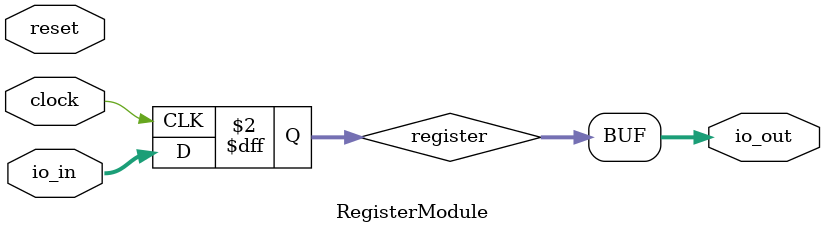
<source format=sv>
module RegisterModule(
  input         clock,
                reset,
  input  [11:0] io_in,
  output [11:0] io_out
);

  reg [11:0] register;
  always @(posedge clock)
    register <= io_in;
  assign io_out = register;
endmodule


</source>
